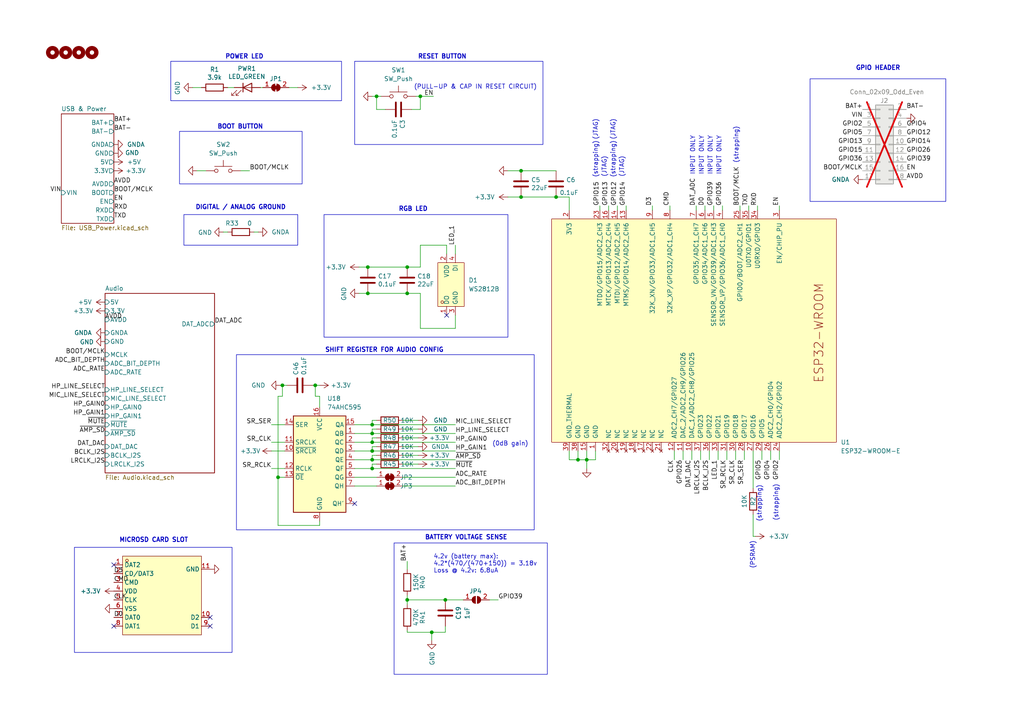
<source format=kicad_sch>
(kicad_sch (version 20250114) (generator "eeschema") (generator_version "9.0")
  (paper "A4")
  (title_block (title "Sonatino - Bluetooth Audio Edition") (date "2025-02-22") (company "Lumination Labs, Inc."))
  (lib_symbols
    (symbol "74xx:74AHC595"
      (property "Reference" "U" (at -7.62 13.97 0))
      (property "Value" "74AHC595" (at -7.62 -16.51 0))
      (symbol "74AHC595_1_0"
        (pin input line (at -10.16 10.16 0) (length 2.54) (name "SER") (number "14"))
        (pin input line (at -10.16 5.08 0) (length 2.54) (name "SRCLK") (number "11"))
        (pin input line (at -10.16 2.54 0) (length 2.54) (name "~{SRCLR}") (number "10"))
        (pin input line (at -10.16 -2.54 0) (length 2.54) (name "RCLK") (number "12"))
        (pin input line (at -10.16 -5.08 0) (length 2.54) (name "~{OE}") (number "13"))
        (pin power_in line (at 0 15.24 270) (length 2.54) (name "VCC") (number "16"))
        (pin power_in line (at 0 -17.78 90) (length 2.54) (name "GND") (number "8"))
        (pin tri_state line (at 10.16 10.16 180) (length 2.54) (name "QA") (number "15"))
        (pin tri_state line (at 10.16 7.62 180) (length 2.54) (name "QB") (number "1"))
        (pin tri_state line (at 10.16 5.08 180) (length 2.54) (name "QC") (number "2"))
        (pin tri_state line (at 10.16 2.54 180) (length 2.54) (name "QD") (number "3"))
        (pin tri_state line (at 10.16 0 180) (length 2.54) (name "QE") (number "4"))
        (pin tri_state line (at 10.16 -2.54 180) (length 2.54) (name "QF") (number "5"))
        (pin tri_state line (at 10.16 -5.08 180) (length 2.54) (name "QG") (number "6"))
        (pin tri_state line (at 10.16 -7.62 180) (length 2.54) (name "QH") (number "7"))
        (pin output line (at 10.16 -12.7 180) (length 2.54) (name "QH'") (number "9"))
      )
      (symbol "74AHC595_1_1"
        (rectangle (start -7.62 12.7) (end 7.62 -15.24) (stroke (width 0.254)) (fill (type background)))
      )
    )
    (symbol "Connector_Generic:Conn_02x09_Odd_Even" (pin_names (offset 1.016) (hide yes))
      (property "Reference" "J" (at 1.27 12.7 0))
      (property "Value" "Conn_02x09_Odd_Even" (at 1.27 -12.7 0))
      (symbol "Conn_02x09_Odd_Even_1_1"
        (rectangle (start -1.27 11.43) (end 3.81 -11.43) (stroke (width 0.254)) (fill (type background)))
        (rectangle (start -1.27 10.287) (end 0 10.033) (stroke (width 0.1524)))
        (rectangle (start -1.27 7.747) (end 0 7.493) (stroke (width 0.1524)))
        (rectangle (start -1.27 5.207) (end 0 4.953) (stroke (width 0.1524)))
        (rectangle (start -1.27 2.667) (end 0 2.413) (stroke (width 0.1524)))
        (rectangle (start -1.27 0.127) (end 0 -0.127) (stroke (width 0.1524)))
        (rectangle (start -1.27 -2.413) (end 0 -2.667) (stroke (width 0.1524)))
        (rectangle (start -1.27 -4.953) (end 0 -5.207) (stroke (width 0.1524)))
        (rectangle (start -1.27 -7.493) (end 0 -7.747) (stroke (width 0.1524)))
        (rectangle (start -1.27 -10.033) (end 0 -10.287) (stroke (width 0.1524)))
        (rectangle (start 3.81 10.287) (end 2.54 10.033) (stroke (width 0.1524)))
        (rectangle (start 3.81 7.747) (end 2.54 7.493) (stroke (width 0.1524)))
        (rectangle (start 3.81 5.207) (end 2.54 4.953) (stroke (width 0.1524)))
        (rectangle (start 3.81 2.667) (end 2.54 2.413) (stroke (width 0.1524)))
        (rectangle (start 3.81 0.127) (end 2.54 -0.127) (stroke (width 0.1524)))
        (rectangle (start 3.81 -2.413) (end 2.54 -2.667) (stroke (width 0.1524)))
        (rectangle (start 3.81 -4.953) (end 2.54 -5.207) (stroke (width 0.1524)))
        (rectangle (start 3.81 -7.493) (end 2.54 -7.747) (stroke (width 0.1524)))
        (rectangle (start 3.81 -10.033) (end 2.54 -10.287) (stroke (width 0.1524)))
        (pin passive line (at -5.08 10.16 0) (length 3.81) (name "Pin_1") (number "1"))
        (pin passive line (at -5.08 7.62 0) (length 3.81) (name "Pin_3") (number "3"))
        (pin passive line (at -5.08 5.08 0) (length 3.81) (name "Pin_5") (number "5"))
        (pin passive line (at -5.08 2.54 0) (length 3.81) (name "Pin_7") (number "7"))
        (pin passive line (at -5.08 0 0) (length 3.81) (name "Pin_9") (number "9"))
        (pin passive line (at -5.08 -2.54 0) (length 3.81) (name "Pin_11") (number "11"))
        (pin passive line (at -5.08 -5.08 0) (length 3.81) (name "Pin_13") (number "13"))
        (pin passive line (at -5.08 -7.62 0) (length 3.81) (name "Pin_15") (number "15"))
        (pin passive line (at -5.08 -10.16 0) (length 3.81) (name "Pin_17") (number "17"))
        (pin passive line (at 7.62 10.16 180) (length 3.81) (name "Pin_2") (number "2"))
        (pin passive line (at 7.62 7.62 180) (length 3.81) (name "Pin_4") (number "4"))
        (pin passive line (at 7.62 5.08 180) (length 3.81) (name "Pin_6") (number "6"))
        (pin passive line (at 7.62 2.54 180) (length 3.81) (name "Pin_8") (number "8"))
        (pin passive line (at 7.62 0 180) (length 3.81) (name "Pin_10") (number "10"))
        (pin passive line (at 7.62 -2.54 180) (length 3.81) (name "Pin_12") (number "12"))
        (pin passive line (at 7.62 -5.08 180) (length 3.81) (name "Pin_14") (number "14"))
        (pin passive line (at 7.62 -7.62 180) (length 3.81) (name "Pin_16") (number "16"))
        (pin passive line (at 7.62 -10.16 180) (length 3.81) (name "Pin_18") (number "18"))
      )
    )
    (symbol "Custom:TF-008"
      (property "Reference" "Card" (at 0 13.97 0))
      (property "Value" "TF-008" (at 0 -13.97 0))
      (symbol "TF-008_0_1"
        (rectangle (start -11.43 11.43) (end 11.43 -11.43) (fill (type background)))
        (circle (center -10.16 10.16) (radius 0.38))
        (pin unspecified line (at -13.97 8.89 0) (length 2.54) (name "DAT2") (number "1"))
        (pin unspecified line (at -13.97 6.35 0) (length 2.54) (name "CD/DAT3") (number "2"))
        (pin unspecified line (at -13.97 3.81 0) (length 2.54) (name "CMD") (number "3"))
        (pin unspecified line (at -13.97 1.27 0) (length 2.54) (name "VDD") (number "4"))
        (pin unspecified line (at -13.97 -1.27 0) (length 2.54) (name "CLK") (number "5"))
        (pin unspecified line (at -13.97 -3.81 0) (length 2.54) (name "VSS") (number "6"))
        (pin unspecified line (at -13.97 -6.35 0) (length 2.54) (name "DAT0") (number "7"))
        (pin unspecified line (at -13.97 -8.89 0) (length 2.54) (name "DAT1") (number "8"))
        (pin unspecified line (at 13.97 -6.35 180) (length 2.54) (name "D2") (number "10"))
        (pin unspecified line (at 13.97 -8.89 180) (length 2.54) (name "D1") (number "9"))
      )
      (symbol "TF-008_1_1"
        (pin power_in line (at 13.97 7.62 180) (length 2.54) (name "GND") (number "11"))
      )
    )
    (symbol "Custom:XL-1615RGBC-WS2812B"
      (property "Reference" "LED" (at 0 6.35 0))
      (property "Value" "XL-1615RGBC-WS2812B" (at 0 -6.35 0))
      (symbol "XL-1615RGBC-WS2812B_0_1"
        (rectangle (start -6.35 3.81) (end 6.35 -3.81) (fill (type background)))
        (circle (center -5.08 2.54) (radius 0.38))
      )
      (symbol "XL-1615RGBC-WS2812B_1_1"
        (pin output line (at -8.89 1.27 0) (length 2.54) (name "DO") (number "1"))
        (pin power_in line (at -8.89 -1.27 0) (length 2.54) (name "GND") (number "3"))
        (pin power_in line (at 8.89 1.27 180) (length 2.54) (name "VDD") (number "2"))
        (pin input line (at 8.89 -1.27 180) (length 2.54) (name "DI") (number "4"))
      )
    )
    (symbol "Device:C" (pin_numbers (hide yes)) (pin_names (offset 0.254))
      (property "Reference" "C" (at 0.635 2.54 0))
      (property "Value" "C" (at 0.635 -2.54 0))
      (symbol "C_0_1"
        (polyline (pts (xy -2.032 0.762) (xy 2.032 0.762)) (stroke (width 0.508)))
        (polyline (pts (xy -2.032 -0.762) (xy 2.032 -0.762)) (stroke (width 0.508)))
      )
      (symbol "C_1_1"
        (pin passive line (at 0 3.81 270) (length 2.794) (name "~") (number "1"))
        (pin passive line (at 0 -3.81 90) (length 2.794) (name "~") (number "2"))
      )
    )
    (symbol "Device:LED" (pin_numbers (hide yes)) (pin_names (offset 1.016) (hide yes))
      (property "Reference" "D" (at 0 2.54 0))
      (property "Value" "LED" (at 0 -2.54 0))
      (symbol "LED_0_1"
        (polyline (pts (xy -3.048 -0.762) (xy -4.572 -2.286) (xy -3.81 -2.286) (xy -4.572 -2.286) (xy -4.572 -1.524)))
        (polyline (pts (xy -1.778 -0.762) (xy -3.302 -2.286) (xy -2.54 -2.286) (xy -3.302 -2.286) (xy -3.302 -1.524)))
        (polyline (pts (xy -1.27 0) (xy 1.27 0)))
        (polyline (pts (xy -1.27 -1.27) (xy -1.27 1.27)) (stroke (width 0.254)))
        (polyline (pts (xy 1.27 -1.27) (xy 1.27 1.27) (xy -1.27 0) (xy 1.27 -1.27)) (stroke (width 0.254)))
      )
      (symbol "LED_1_1"
        (pin passive line (at -3.81 0 0) (length 2.54) (name "K") (number "1"))
        (pin passive line (at 3.81 0 180) (length 2.54) (name "A") (number "2"))
      )
    )
    (symbol "Device:R" (pin_numbers (hide yes)) (pin_names (offset 0))
      (property "Reference" "R" (at 2.032 0 90))
      (property "Value" "R" (at 0 0 90))
      (symbol "R_0_1"
        (rectangle (start -1.016 -2.54) (end 1.016 2.54) (stroke (width 0.254)))
      )
      (symbol "R_1_1"
        (pin passive line (at 0 3.81 270) (length 1.27) (name "~") (number "1"))
        (pin passive line (at 0 -3.81 90) (length 1.27) (name "~") (number "2"))
      )
    )
    (symbol "Espressif:ESP32-WROOM-E" (pin_names (offset 1.016))
      (property "Reference" "U" (at 0 43.18 0))
      (property "Value" "ESP32-WROOM-E" (at 0 -41.91 0))
      (symbol "ESP32-WROOM-E_0_1"
        (rectangle (start 33.02 41.91) (end -31.75 -40.64) (fill (type background)))
      )
      (symbol "ESP32-WROOM-E_1_1"
        (text "ESP32-­WROOM­" (at 1.27 36.83 0) (effects (font (size 2.54 2.54))))
        (pin input line (at -34.29 25.4 0) (length 2.54) (name "EN/CHIP_PU") (number "3"))
        (pin bidirectional line (at -34.29 19.05 0) (length 2.54) (name "U0RXD/GPIO3") (number "34"))
        (pin bidirectional line (at -34.29 16.51 0) (length 2.54) (name "U0TXD/GPIO1") (number "35"))
        (pin bidirectional line (at -34.29 13.97 0) (length 2.54) (name "GPIO0/BOOT/ADC2_CH1") (number "25"))
        (pin input line (at -34.29 8.89 0) (length 2.54) (name "SENSOR_VP/GPIO36/ADC1_CH0") (number "4"))
        (pin input line (at -34.29 6.35 0) (length 2.54) (name "SENSOR_VN/GPIO39/ADC1_CH3") (number "5"))
        (pin input line (at -34.29 3.81 0) (length 2.54) (name "GPIO34/ADC1_CH6") (number "6"))
        (pin input line (at -34.29 1.27 0) (length 2.54) (name "GPIO35/ADC1_CH7") (number "7"))
        (pin bidirectional line (at -34.29 -6.35 0) (length 2.54) (name "32K_XP/GPIO32/ADC1_CH4") (number "8"))
        (pin bidirectional line (at -34.29 -11.43 0) (length 2.54) (name "32K_XN/GPIO33/ADC1_CH5") (number "9"))
        (pin bidirectional line (at -34.29 -19.05 0) (length 2.54) (name "MTMS/GPIO14/ADC2_CH6") (number "13"))
        (pin bidirectional line (at -34.29 -21.59 0) (length 2.54) (name "MTDI/GPIO12/ADC2_CH5") (number "14"))
        (pin bidirectional line (at -34.29 -24.13 0) (length 2.54) (name "MTCK/GPIO13/ADC2_CH4") (number "16"))
        (pin bidirectional line (at -34.29 -26.67 0) (length 2.54) (name "MTDO/GPIO15/ADC2_CH3") (number "23"))
        (pin power_in line (at -34.29 -35.56 0) (length 2.54) (name "3V3") (number "2"))
        (pin bidirectional line (at 35.56 25.4 180) (length 2.54) (name "ADC2_CH2/GPIO2") (number "24"))
        (pin bidirectional line (at 35.56 22.86 180) (length 2.54) (name "ADC2_CH0/GPIO4") (number "26"))
        (pin bidirectional line (at 35.56 20.32 180) (length 2.54) (name "GPIO5") (number "29"))
        (pin bidirectional line (at 35.56 17.78 180) (length 2.54) (name "GPIO16") (number "27"))
        (pin bidirectional line (at 35.56 15.24 180) (length 2.54) (name "GPIO17") (number "28"))
        (pin bidirectional line (at 35.56 12.7 180) (length 2.54) (name "GPIO18") (number "30"))
        (pin bidirectional line (at 35.56 10.16 180) (length 2.54) (name "GPIO19") (number "31"))
        (pin bidirectional line (at 35.56 7.62 180) (length 2.54) (name "GPIO21") (number "33"))
        (pin bidirectional line (at 35.56 5.08 180) (length 2.54) (name "GPIO22") (number "36"))
        (pin bidirectional line (at 35.56 2.54 180) (length 2.54) (name "GPIO23") (number "37"))
        (pin bidirectional line (at 35.56 0 180) (length 2.54) (name "DAC_1/ADC2_CH8/GPIO25") (number "10"))
        (pin bidirectional line (at 35.56 -2.54 180) (length 2.54) (name "DAC_2/ADC2_CH9/GPIO26") (number "11"))
        (pin bidirectional line (at 35.56 -5.08 180) (length 2.54) (name "ADC2_CH7/GPIO27") (number "12"))
        (pin no_connect line (at 35.56 -8.89 180) (length 2.54) (name "NC") (number "21"))
        (pin no_connect line (at 35.56 -11.43 180) (length 2.54) (name "NC") (number "22"))
        (pin no_connect line (at 35.56 -13.97 180) (length 2.54) (name "NC") (number "17"))
        (pin no_connect line (at 35.56 -16.51 180) (length 2.54) (name "NC") (number "18"))
        (pin no_connect line (at 35.56 -19.05 180) (length 2.54) (name "NC") (number "19"))
        (pin no_connect line (at 35.56 -21.59 180) (length 2.54) (name "NC") (number "20"))
        (pin no_connect line (at 35.56 -24.13 180) (length 2.54) (name "NC") (number "32"))
        (pin power_in line (at 35.56 -27.94 180) (length 2.54) (name "GND") (number "1"))
        (pin power_in line (at 35.56 -30.48 180) (length 2.54) (name "GND") (number "15"))
        (pin power_in line (at 35.56 -33.02 180) (length 2.54) (name "GND") (number "38"))
        (pin power_in line (at 35.56 -35.56 180) (length 2.54) (name "GND_THERMAL") (number "39"))
      )
    )
    (symbol "Jumper:SolderJumper_2_Bridged" (pin_names (offset 0) (hide yes))
      (property "Reference" "JP" (at 0 2.032 0))
      (property "Value" "SolderJumper_2_Bridged" (at 0 -2.54 0))
      (symbol "SolderJumper_2_Bridged_0_1"
        (rectangle (start -0.508 0.508) (end 0.508 -0.508) (fill (type outline)))
        (polyline (pts (xy -0.254 1.016) (xy -0.254 -1.016)))
        (arc (start -0.254 -1.016) (mid -1.2656 0) (end -0.254 1.016))
        (arc (start -0.254 -1.016) (mid -1.2656 0) (end -0.254 1.016) (fill (type outline)))
        (arc (start 0.254 1.016) (mid 1.2656 0) (end 0.254 -1.016))
        (arc (start 0.254 1.016) (mid 1.2656 0) (end 0.254 -1.016) (fill (type outline)))
        (polyline (pts (xy 0.254 1.016) (xy 0.254 -1.016)))
      )
      (symbol "SolderJumper_2_Bridged_1_1"
        (pin passive line (at -3.81 0 0) (length 2.54) (name "A") (number "1"))
        (pin passive line (at 3.81 0 180) (length 2.54) (name "B") (number "2"))
      )
    )
    (symbol "Jumper:SolderJumper_2_Open" (pin_names (offset 0) (hide yes))
      (property "Reference" "JP" (at 0 2.032 0))
      (property "Value" "SolderJumper_2_Open" (at 0 -2.54 0))
      (symbol "SolderJumper_2_Open_0_1"
        (polyline (pts (xy -0.254 1.016) (xy -0.254 -1.016)))
        (arc (start -0.254 -1.016) (mid -1.2656 0) (end -0.254 1.016))
        (arc (start -0.254 -1.016) (mid -1.2656 0) (end -0.254 1.016) (fill (type outline)))
        (arc (start 0.254 1.016) (mid 1.2656 0) (end 0.254 -1.016))
        (arc (start 0.254 1.016) (mid 1.2656 0) (end 0.254 -1.016) (fill (type outline)))
        (polyline (pts (xy 0.254 1.016) (xy 0.254 -1.016)))
      )
      (symbol "SolderJumper_2_Open_1_1"
        (pin passive line (at -3.81 0 0) (length 2.54) (name "A") (number "1"))
        (pin passive line (at 3.81 0 180) (length 2.54) (name "B") (number "2"))
      )
    )
    (symbol "Mechanical:MountingHole" (pin_names (offset 1.016))
      (property "Reference" "H" (at 0 5.08 0))
      (property "Value" "MountingHole" (at 0 3.175 0))
      (symbol "MountingHole_0_1"
        (circle (center 0 0) (radius 1.27) (stroke (width 1.27)))
      )
    )
    (symbol "Switch:SW_Push" (pin_numbers (hide yes)) (pin_names (offset 1.016) (hide yes))
      (property "Reference" "SW" (at 1.27 2.54 0))
      (property "Value" "SW_Push" (at 0 -1.524 0))
      (symbol "SW_Push_0_1"
        (circle (center -2.032 0) (radius 0.508))
        (polyline (pts (xy 0 1.27) (xy 0 3.048)))
        (circle (center 2.032 0) (radius 0.508))
        (polyline (pts (xy 2.54 1.27) (xy -2.54 1.27)))
        (pin passive line (at -5.08 0 0) (length 2.54) (name "1") (number "1"))
        (pin passive line (at 5.08 0 180) (length 2.54) (name "2") (number "2"))
      )
    )
    (symbol "power:+3.3V" (power) (pin_names (offset 0))
      (property "Value" "+3.3V" (at 0 3.556 0))
      (symbol "+3.3V_0_1"
        (polyline (pts (xy -0.762 1.27) (xy 0 2.54)))
        (polyline (pts (xy 0 2.54) (xy 0.762 1.27)))
        (polyline (pts (xy 0 0) (xy 0 2.54)))
      )
      (symbol "+3.3V_1_1"
        (pin power_in line (at 0 0 90) (length 0) (hide yes) (name "+3.3V") (number "1"))
      )
    )
    (symbol "power:+5V" (power) (pin_names (offset 0))
      (property "Value" "+5V" (at 0 3.556 0))
      (symbol "+5V_0_1"
        (polyline (pts (xy -0.762 1.27) (xy 0 2.54)))
        (polyline (pts (xy 0 2.54) (xy 0.762 1.27)))
        (polyline (pts (xy 0 0) (xy 0 2.54)))
      )
      (symbol "+5V_1_1"
        (pin power_in line (at 0 0 90) (length 0) (hide yes) (name "+5V") (number "1"))
      )
    )
    (symbol "power:GND" (power) (pin_names (offset 0))
      (property "Value" "GND" (at 0 -3.81 0))
      (symbol "GND_0_1"
        (polyline (pts (xy 0 0) (xy 0 -1.27) (xy 1.27 -1.27) (xy 0 -2.54) (xy -1.27 -1.27) (xy 0 -1.27)))
      )
      (symbol "GND_1_1"
        (pin power_in line (at 0 0 270) (length 0) (hide yes) (name "GND") (number "1"))
      )
    )
    (symbol "power:GNDA" (power) (pin_names (offset 0))
      (property "Value" "GNDA" (at 0 -3.81 0))
      (symbol "GNDA_0_1"
        (polyline (pts (xy 0 0) (xy 0 -1.27) (xy 1.27 -1.27) (xy 0 -2.54) (xy -1.27 -1.27) (xy 0 -1.27)))
      )
      (symbol "GNDA_1_1"
        (pin power_in line (at 0 0 270) (length 0) (hide yes) (name "GNDA") (number "1"))
      )
    )
  )
  (rectangle (start 21.59 158.75) (end 67.31 189.23))
  (rectangle (start 114.3 157.48) (end 158.75 195.58))
  (rectangle (start 53.34 62.23) (end 86.36 71.12))
  (rectangle (start 52.07 38.1) (end 87.63 53.34))
  (rectangle (start 234.95 22.86) (end 274.32 58.42))
  (rectangle (start 68.58 102.87) (end 154.94 153.67))
  (rectangle (start 49.53 17.78) (end 99.06 29.21))
  (rectangle (start 102.87 17.78) (end 157.48 41.91))
  (rectangle (start 93.98 62.23) (end 147.32 97.79))
  (text "(PSRAM)" (at 219.075 165.1 90) (effects (font (size 1.27 1.27)) (justify left bottom)))
  (text "(JTAG)" (at 178.562 34.544 90) (effects (font (size 1.27 1.27)) (justify right bottom)))
  (text "(JTAG)" (at 176.022 45.339 90) (effects (font (size 1.27 1.27)) (justify right bottom)))
  (text "GPIO HEADER" (at 248.158 20.574 0) (effects (font (size 1.27 1.27) (thickness 0.254) (bold yes)) (justify left bottom)))
  (text "(strapping)" (at 214.249 36.703 90) (effects (font (size 1.27 1.27)) (justify right bottom)))
  (text "POWER LED" (at 65.278 17.272 0) (effects (font (size 1.27 1.27) (thickness 0.254) (bold yes)) (justify left bottom)))
  (text "MICROSD CARD SLOT" (at 34.544 157.48 0) (effects (font (size 1.27 1.27) (thickness 0.254) (bold yes)) (justify left bottom)))
  (text "INPUT ONLY" (at 206.756 39.37 90) (effects (font (size 1.27 1.27)) (justify right bottom)))
  (text "RESET BUTTON" (at 121.158 17.272 0) (effects (font (size 1.27 1.27) (thickness 0.254) (bold yes)) (justify left bottom)))
  (text "BOOT BUTTON" (at 62.992 37.592 0) (effects (font (size 1.27 1.27) (thickness 0.254) (bold yes)) (justify left bottom)))
  (text "BATTERY VOLTAGE SENSE" (at 123.19 156.718 0) (effects (font (size 1.27 1.27) (thickness 0.254) (bold yes)) (justify left bottom)))
  (text "(0dB gain)" (at 142.748 129.54 0) (effects (font (size 1.27 1.27)) (justify left bottom)))
  (text "(PULL-UP & CAP IN RESET CIRCUIT)" (at 120.015 26.035 0) (effects (font (size 1.27 1.27)) (justify left bottom)))
  (text "INPUT ONLY" (at 204.216 39.37 90) (effects (font (size 1.27 1.27)) (justify right bottom)))
  (text "DIGITAL / ANALOG GROUND" (at 56.642 60.96 0) (effects (font (size 1.27 1.27) (thickness 0.254) (bold yes)) (justify left bottom)))
  (text "(JTAG)" (at 181.102 45.339 90) (effects (font (size 1.27 1.27)) (justify right bottom)))
  (text "RGB LED" (at 115.57 61.468 0) (effects (font (size 1.27 1.27) (thickness 0.254) (bold yes)) (justify left bottom)))
  (text "(strapping)" (at 178.562 40.894 90) (effects (font (size 1.27 1.27)) (justify right bottom)))
  (text "4.2v (battery max):\n4.2*(470/(470+150)) = 3.18v\nLoss @ 4.2v: 6.8uA" (at 125.73 166.37 0) (effects (font (size 1.27 1.27)) (justify left bottom)))
  (text "INPUT ONLY" (at 201.676 39.37 90) (effects (font (size 1.27 1.27)) (justify right bottom)))
  (text "(strapping)" (at 225.806 140.462 90) (effects (font (size 1.27 1.27)) (justify right bottom)))
  (text "SHIFT REGISTER FOR AUDIO CONFIG" (at 94.234 102.362 0) (effects (font (size 1.27 1.27) (thickness 0.254) (bold yes)) (justify left bottom)))
  (text "INPUT ONLY" (at 209.296 39.37 90) (effects (font (size 1.27 1.27)) (justify right bottom)))
  (text "(strapping)" (at 220.98 140.716 90) (effects (font (size 1.27 1.27)) (justify right bottom)))
  (text "(strapping)" (at 173.482 40.894 90) (effects (font (size 1.27 1.27)) (justify right bottom)))
  (text "(JTAG)" (at 173.482 34.544 90) (effects (font (size 1.27 1.27)) (justify right bottom)))
  (junction (at 151.13 57.15))
  (junction (at 81.915 111.76))
  (junction (at 121.92 27.94))
  (junction (at 107.95 123.19))
  (junction (at 106.68 77.47))
  (junction (at 129.1641 173.99))
  (junction (at 118.11 77.47))
  (junction (at 125.222 183.388))
  (junction (at 118.11 173.99))
  (junction (at 170.18 133.35))
  (junction (at 106.68 85.09))
  (junction (at 107.95 128.27))
  (junction (at 151.13 49.53))
  (junction (at 107.95 133.35))
  (junction (at 107.95 130.81))
  (junction (at 107.95 135.89))
  (junction (at 167.64 133.35))
  (junction (at 80.645 138.43))
  (junction (at 118.11 85.09))
  (junction (at 109.22 27.94))
  (junction (at 91.44 111.76))
  (junction (at 161.29 57.15))
  (junction (at 107.95 125.73))
  (no_connect (at 60.96 179.07))
  (no_connect (at 129.54 91.44))
  (no_connect (at 33.02 181.61))
  (no_connect (at 60.96 181.61))
  (no_connect (at 102.87 146.05))
  (no_connect (at 33.02 163.83))
  (wire (pts (xy 111.76 31.75) (xy 109.22 31.75)))
  (wire (pts (xy 172.72 130.81) (xy 172.72 133.35)))
  (wire (pts (xy 102.87 138.43) (xy 109.22 138.43)))
  (wire (pts (xy 204.47 59.69) (xy 204.47 60.96)))
  (wire (pts (xy 118.11 77.47) (xy 121.92 77.47)))
  (wire (pts (xy 116.84 132.08) (xy 121.285 132.08)))
  (wire (pts (xy 116.84 127) (xy 121.285 127)))
  (wire (pts (xy 66.04 25.4) (xy 67.945 25.4)))
  (wire (pts (xy 78.74 123.19) (xy 82.55 123.19)))
  (wire (pts (xy 107.95 135.89) (xy 132.08 135.89)))
  (wire (pts (xy 125.222 185.674) (xy 125.222 183.388)))
  (wire (pts (xy 132.08 91.44) (xy 132.08 95.25)))
  (wire (pts (xy 109.22 31.75) (xy 109.22 27.94)))
  (wire (pts (xy 118.11 173.99) (xy 118.11 175.26)))
  (wire (pts (xy 80.645 114.935) (xy 80.645 138.43)))
  (wire (pts (xy 116.84 138.43) (xy 132.08 138.43)))
  (wire (pts (xy 147.32 57.15) (xy 151.13 57.15)))
  (wire (pts (xy 64.77 67.31) (xy 66.04 67.31)))
  (wire (pts (xy 214.63 59.69) (xy 214.63 60.96)))
  (wire (pts (xy 116.84 124.46) (xy 121.285 124.46)))
  (wire (pts (xy 107.95 124.46) (xy 109.22 124.46)))
  (wire (pts (xy 116.84 140.97) (xy 132.08 140.97)))
  (wire (pts (xy 102.87 130.81) (xy 107.95 130.81)))
  (wire (pts (xy 102.87 128.27) (xy 107.95 128.27)))
  (wire (pts (xy 107.95 121.92) (xy 109.22 121.92)))
  (wire (pts (xy 121.92 85.09) (xy 121.92 95.25)))
  (wire (pts (xy 81.915 114.935) (xy 81.915 111.76)))
  (wire (pts (xy 161.29 57.15) (xy 165.1 57.15)))
  (wire (pts (xy 81.915 111.76) (xy 83.185 111.76)))
  (wire (pts (xy 189.23 59.69) (xy 189.23 60.96)))
  (wire (pts (xy 92.71 152.4) (xy 92.71 151.13)))
  (wire (pts (xy 134.366 173.99) (xy 129.1641 173.99)))
  (wire (pts (xy 121.92 27.94) (xy 125.73 27.94)))
  (wire (pts (xy 107.95 121.92) (xy 107.95 123.19)))
  (wire (pts (xy 125.222 183.388) (xy 129.1641 183.388)))
  (wire (pts (xy 92.71 111.76) (xy 91.44 111.76)))
  (wire (pts (xy 223.52 130.81) (xy 223.52 133.35)))
  (wire (pts (xy 118.11 173.99) (xy 129.1641 173.99)))
  (wire (pts (xy 170.18 133.35) (xy 167.64 133.35)))
  (wire (pts (xy 176.53 59.69) (xy 176.53 60.96)))
  (wire (pts (xy 172.72 133.35) (xy 170.18 133.35)))
  (wire (pts (xy 200.66 130.81) (xy 200.66 133.35)))
  (wire (pts (xy 129.54 71.12) (xy 129.54 73.66)))
  (wire (pts (xy 106.68 85.09) (xy 118.11 85.09)))
  (wire (pts (xy 209.55 59.69) (xy 209.55 60.96)))
  (wire (pts (xy 80.645 114.935) (xy 81.915 114.935)))
  (wire (pts (xy 107.95 129.54) (xy 107.95 130.81)))
  (wire (pts (xy 151.13 57.15) (xy 161.29 57.15)))
  (wire (pts (xy 121.92 95.25) (xy 132.08 95.25)))
  (wire (pts (xy 194.31 59.69) (xy 194.31 60.96)))
  (wire (pts (xy 107.95 129.54) (xy 109.22 129.54)))
  (wire (pts (xy 118.11 85.09) (xy 121.92 85.09)))
  (wire (pts (xy 109.22 27.94) (xy 110.49 27.94)))
  (wire (pts (xy 116.84 129.54) (xy 121.285 129.54)))
  (wire (pts (xy 80.645 152.4) (xy 92.71 152.4)))
  (wire (pts (xy 107.95 134.62) (xy 107.95 135.89)))
  (wire (pts (xy 107.95 132.08) (xy 107.95 133.35)))
  (wire (pts (xy 107.95 134.62) (xy 109.22 134.62)))
  (wire (pts (xy 75.565 25.4) (xy 76.2 25.4)))
  (wire (pts (xy 151.13 49.53) (xy 161.29 49.53)))
  (wire (pts (xy 107.95 128.27) (xy 132.08 128.27)))
  (wire (pts (xy 116.84 134.62) (xy 121.285 134.62)))
  (wire (pts (xy 121.92 71.12) (xy 129.54 71.12)))
  (wire (pts (xy 102.87 133.35) (xy 107.95 133.35)))
  (wire (pts (xy 210.82 130.81) (xy 210.82 133.35)))
  (wire (pts (xy 121.92 31.75) (xy 121.92 27.94)))
  (wire (pts (xy 213.36 130.81) (xy 213.36 133.35)))
  (wire (pts (xy 208.28 130.81) (xy 208.28 133.35)))
  (wire (pts (xy 195.58 130.81) (xy 195.58 133.35)))
  (wire (pts (xy 107.95 127) (xy 109.22 127)))
  (wire (pts (xy 125.222 183.388) (xy 118.11 183.388)))
  (wire (pts (xy 107.95 130.81) (xy 132.08 130.81)))
  (wire (pts (xy 107.95 125.73) (xy 132.08 125.73)))
  (wire (pts (xy 118.11 183.388) (xy 118.11 182.88)))
  (wire (pts (xy 92.71 114.935) (xy 91.44 114.935)))
  (wire (pts (xy 220.98 130.81) (xy 220.98 133.35)))
  (wire (pts (xy 120.65 27.94) (xy 121.92 27.94)))
  (wire (pts (xy 91.44 111.76) (xy 90.805 111.76)))
  (wire (pts (xy 83.82 25.4) (xy 86.36 25.4)))
  (wire (pts (xy 205.74 130.81) (xy 205.74 133.35)))
  (wire (pts (xy 91.44 114.935) (xy 91.44 111.76)))
  (wire (pts (xy 102.87 125.73) (xy 107.95 125.73)))
  (wire (pts (xy 218.44 155.575) (xy 218.44 149.225)))
  (wire (pts (xy 129.1641 183.388) (xy 129.1641 181.61)))
  (wire (pts (xy 132.08 71.12) (xy 132.08 73.66)))
  (wire (pts (xy 203.2 130.81) (xy 203.2 133.35)))
  (wire (pts (xy 116.84 121.92) (xy 121.285 121.92)))
  (wire (pts (xy 69.85 49.53) (xy 72.39 49.53)))
  (wire (pts (xy 80.645 138.43) (xy 82.55 138.43)))
  (wire (pts (xy 102.87 135.89) (xy 107.95 135.89)))
  (wire (pts (xy 102.87 140.97) (xy 109.22 140.97)))
  (wire (pts (xy 170.18 135.89) (xy 170.18 133.35)))
  (wire (pts (xy 107.95 123.19) (xy 132.08 123.19)))
  (wire (pts (xy 121.92 71.12) (xy 121.92 77.47)))
  (wire (pts (xy 167.64 133.35) (xy 165.1 133.35)))
  (wire (pts (xy 198.12 130.81) (xy 198.12 133.35)))
  (wire (pts (xy 226.06 130.81) (xy 226.06 133.35)))
  (wire (pts (xy 219.71 59.69) (xy 219.71 60.96)))
  (wire (pts (xy 106.68 77.47) (xy 118.11 77.47)))
  (wire (pts (xy 170.18 130.81) (xy 170.18 133.35)))
  (wire (pts (xy 73.66 67.31) (xy 74.93 67.31)))
  (wire (pts (xy 207.01 59.69) (xy 207.01 60.96)))
  (wire (pts (xy 226.06 59.69) (xy 226.06 60.96)))
  (wire (pts (xy 78.74 135.89) (xy 82.55 135.89)))
  (wire (pts (xy 165.1 57.15) (xy 165.1 60.96)))
  (wire (pts (xy 104.14 77.47) (xy 106.68 77.47)))
  (wire (pts (xy 215.9 130.81) (xy 215.9 133.35)))
  (wire (pts (xy 167.64 133.35) (xy 167.64 130.81)))
  (wire (pts (xy 107.95 132.08) (xy 109.22 132.08)))
  (wire (pts (xy 118.11 172.72) (xy 118.11 173.99)))
  (wire (pts (xy 107.95 133.35) (xy 132.08 133.35)))
  (wire (pts (xy 78.74 130.81) (xy 82.55 130.81)))
  (wire (pts (xy 107.95 127) (xy 107.95 128.27)))
  (wire (pts (xy 78.74 128.27) (xy 82.55 128.27)))
  (wire (pts (xy 104.14 85.09) (xy 106.68 85.09)))
  (wire (pts (xy 144.526 173.99) (xy 141.986 173.99)))
  (wire (pts (xy 219.075 155.575) (xy 218.44 155.575)))
  (wire (pts (xy 81.28 111.76) (xy 81.915 111.76)))
  (wire (pts (xy 57.15 49.53) (xy 59.69 49.53)))
  (wire (pts (xy 181.61 59.69) (xy 181.61 60.96)))
  (wire (pts (xy 80.645 138.43) (xy 80.645 152.4)))
  (wire (pts (xy 201.93 59.69) (xy 201.93 60.96)))
  (wire (pts (xy 165.1 133.35) (xy 165.1 130.81)))
  (wire (pts (xy 217.17 59.69) (xy 217.17 60.96)))
  (wire (pts (xy 107.95 27.94) (xy 109.22 27.94)))
  (wire (pts (xy 55.88 25.4) (xy 58.42 25.4)))
  (wire (pts (xy 118.11 162.814) (xy 118.11 165.1)))
  (wire (pts (xy 173.99 59.69) (xy 173.99 60.96)))
  (wire (pts (xy 119.38 31.75) (xy 121.92 31.75)))
  (wire (pts (xy 107.95 124.46) (xy 107.95 125.73)))
  (wire (pts (xy 179.07 59.69) (xy 179.07 60.96)))
  (wire (pts (xy 218.44 130.81) (xy 218.44 141.605)))
  (wire (pts (xy 102.87 123.19) (xy 107.95 123.19)))
  (wire (pts (xy 147.32 49.53) (xy 151.13 49.53)))
  (wire (pts (xy 92.71 114.935) (xy 92.71 118.11)))
  (label "GPIO15" (at 250.19 44.45 180))
  (label "LED_1" (at 208.28 133.35 270))
  (label "HP_GAIN1" (at 132.08 130.81 0))
  (label "RXD" (at 219.71 59.69 90))
  (label "GPIO36" (at 209.55 59.69 90))
  (label "HP_GAIN0" (at 30.48 118.11 180))
  (label "LRCLK_I2S" (at 203.2 133.35 270))
  (label "BAT-" (at 33.02 38.1 0))
  (label "ADC_BIT_DEPTH" (at 132.08 140.97 0))
  (label "SR_SER" (at 215.9 133.35 270))
  (label "GPIO39" (at 207.01 59.69 90))
  (label "HP_GAIN1" (at 30.48 120.65 180))
  (label "ADC_RATE" (at 132.08 138.43 0))
  (label "BOOT{slash}MCLK" (at 250.19 49.53 180))
  (label "GPIO2" (at 226.06 133.35 270))
  (label "TXD" (at 217.17 59.69 90))
  (label "GPIO26" (at 262.89 44.45 0))
  (label "LED_1" (at 132.08 71.12 90))
  (label "CMD" (at 194.31 59.69 90))
  (label "~{MUTE}" (at 132.08 135.89 0))
  (label "CLK" (at 195.58 133.35 270))
  (label "GPIO14" (at 181.61 59.69 90))
  (label "GPIO13" (at 250.19 41.91 180))
  (label "EN" (at 262.89 49.53 0))
  (label "SR_CLK" (at 78.74 128.27 180))
  (label "ADC_RATE" (at 30.48 107.95 180))
  (label "D3" (at 189.23 59.69 90))
  (label "AVDD" (at 30.48 92.71 0))
  (label "HP_LINE_SELECT" (at 132.08 125.73 0))
  (label "EN" (at 125.73 27.94 180))
  (label "MIC_LINE_SELECT" (at 30.48 115.57 180))
  (label "ADC_BIT_DEPTH" (at 30.48 105.41 180))
  (label "GPIO15" (at 173.99 59.69 90))
  (label "~{AMP_SD}" (at 132.08 133.35 0))
  (label "GPIO12" (at 179.07 59.69 90))
  (label "BOOT{slash}MCLK" (at 214.63 59.69 90))
  (label "DAT_DAC" (at 200.66 133.35 270))
  (label "BAT-" (at 262.89 31.75 0))
  (label "GPIO26" (at 198.12 133.3124 270))
  (label "~{AMP_SD}" (at 30.48 125.73 180))
  (label "HP_LINE_SELECT" (at 30.48 113.03 180))
  (label "GPIO39" (at 262.89 46.99 0))
  (label "VIN" (at 17.78 55.88 180))
  (label "GPIO5" (at 250.19 39.37 180))
  (label "GPIO14" (at 262.89 41.91 0))
  (label "DAT_DAC" (at 30.48 129.54 180))
  (label "BCLK_I2S" (at 30.48 132.08 180))
  (label "BAT+" (at 33.02 35.56 0))
  (label "GPIO4" (at 223.52 133.35 270))
  (label "SR_RCLK" (at 78.74 135.89 180))
  (label "DAT_ADC" (at 201.93 59.69 90))
  (label "HP_GAIN0" (at 132.08 128.27 0))
  (label "BAT+" (at 118.11 162.814 90))
  (label "BOOT{slash}MCLK" (at 33.02 55.88 0))
  (label "MIC_LINE_SELECT" (at 132.08 123.19 0))
  (label "EN" (at 226.06 59.69 90))
  (label "GPIO36" (at 250.19 46.99 180))
  (label "TXD" (at 33.02 63.5 0))
  (label "CMD" (at 33.02 168.91 0))
  (label "GPIO13" (at 176.53 59.69 90))
  (label "EN" (at 33.02 58.42 0))
  (label "DAT_ADC" (at 62.23 93.98 0))
  (label "BOOT{slash}MCLK" (at 30.48 102.87 180))
  (label "AVDD" (at 33.02 53.34 0))
  (label "~{MUTE}" (at 30.48 123.19 180))
  (label "AVDD" (at 262.89 52.07 0))
  (label "GPIO5" (at 220.98 133.35 270))
  (label "BAT+" (at 250.19 31.75 180))
  (label "GPIO2" (at 250.19 36.83 180))
  (label "D0" (at 33.02 179.07 0))
  (label "LRCLK_I2S" (at 30.48 134.62 180))
  (label "GPIO39" (at 144.526 173.99 0))
  (label "D0" (at 204.47 59.69 90))
  (label "SR_SER" (at 78.74 123.19 180))
  (label "SR_CLK" (at 213.36 133.35 270))
  (label "VIN" (at 250.19 34.29 180))
  (label "SR_RCLK" (at 210.82 133.35 270))
  (label "GPIO12" (at 262.89 39.37 0))
  (label "D3" (at 33.02 166.37 0))
  (label "CLK" (at 33.02 173.99 0))
  (label "GPIO4" (at 262.89 36.83 0))
  (label "BCLK_I2S" (at 205.74 133.35 270))
  (label "RXD" (at 33.02 60.96 0))
  (label "BOOT{slash}MCLK" (at 72.39 49.53 0))
  (symbol (lib_id "Device:C") (at 161.29 53.34 0) (unit 1)
    (property "Reference" "C6" (at 164.211 52.1716 0) (effects (justify left)))
    (property "Value" "0.1uF" (at 162.306 55.88 0) (effects (justify left)))
    (property "Footprint" "Capacitor_SMD:C_0402_1005Metric" (effects (hide yes)))
    (property "LCSC" "C307331" (effects (hide yes)))
  )
  (symbol (lib_id "power:+3.3V") (at 147.32 57.15 90) (unit 1)
    (property "Reference" "#PWR030" (effects (hide yes)))
    (property "Value" "+3.3V" (at 143.51 57.15 90) (effects (justify left)))
  )
  (symbol (lib_id "Device:LED") (at 71.755 25.4 0) (unit 1)
    (property "Reference" "PWR1" (at 71.5772 19.8882 0))
    (property "Value" "LED_GREEN" (at 71.5772 22.1996 0))
    (property "Footprint" "LED_SMD:LED_0603_1608Metric" (effects (hide yes)))
    (property "LCSC" "C12624" (effects (hide yes)))
  )
  (symbol (lib_id "power:GND") (at 55.88 25.4 270) (unit 1)
    (property "Reference" "#PWR010" (effects (hide yes)))
    (property "Value" "GND" (at 51.4858 25.527 0))
  )
  (symbol (lib_id "Device:R") (at 62.23 25.4 270) (unit 1)
    (property "Reference" "R1" (at 62.23 20.1422 90))
    (property "Value" "3.9k" (at 62.23 22.4536 90))
    (property "Footprint" "Resistor_SMD:R_0402_1005Metric" (effects (hide yes)))
    (property "LCSC" "C51721" (effects (hide yes)))
  )
  (symbol (lib_id "power:+3.3V") (at 86.36 25.4 270) (unit 1)
    (property "Reference" "#PWR015" (effects (hide yes)))
    (property "Value" "+3.3V" (at 90.17 25.4 90) (effects (justify left)))
  )
  (symbol (lib_id "Device:C") (at 151.13 53.34 0) (unit 1)
    (property "Reference" "C5" (at 154.051 52.1716 0) (effects (justify left)))
    (property "Value" "22uF" (at 154.051 54.483 0) (effects (justify left)))
    (property "Footprint" "Capacitor_SMD:C_0805_2012Metric" (effects (hide yes)))
    (property "LCSC" "C45783" (effects (hide yes)))
  )
  (symbol (lib_id "power:GND") (at 147.32 49.53 270) (unit 1)
    (property "Reference" "#PWR029" (effects (hide yes)))
    (property "Value" "GND" (effects (hide yes)))
  )
  (symbol (lib_id "power:+5V") (at 30.48 87.63 90) (unit 1)
    (property "Reference" "#PWR06" (effects (hide yes)))
    (property "Value" "+5V" (at 26.67 87.63 90) (effects (justify left)))
  )
  (symbol (lib_id "Device:R") (at 113.03 124.46 90) (unit 1)
    (property "Reference" "R49" (at 113.03 124.46 90))
    (property "Value" "10K" (at 118.11 124.46 90))
    (property "Footprint" "Resistor_SMD:R_0402_1005Metric" (effects (hide yes)))
    (property "LCSC" "C25744" (effects (hide yes)))
  )
  (symbol (lib_id "power:+5V") (at 33.02 46.99 270) (unit 1)
    (property "Reference" "#PWR04" (effects (hide yes)))
    (property "Value" "+5V" (at 36.83 46.99 90) (effects (justify left)))
  )
  (symbol (lib_id "power:GND") (at 262.89 34.29 90) (unit 1)
    (property "Reference" "#PWR032" (effects (hide yes)))
    (property "Value" "GND" (effects (hide yes)))
  )
  (symbol (lib_id "power:GND") (at 104.14 85.09 270) (unit 1)
    (property "Reference" "#PWR023" (effects (hide yes)))
    (property "Value" "GND" (at 99.7458 85.217 0))
  )
  (symbol (lib_id "power:+3.3V") (at 30.48 90.17 90) (unit 1)
    (property "Reference" "#PWR07" (effects (hide yes)))
    (property "Value" "+3.3V" (at 24.13 90.17 90))
  )
  (symbol (lib_id "Device:R") (at 113.03 134.62 90) (unit 1)
    (property "Reference" "R45" (at 113.03 134.62 90))
    (property "Value" "10K" (at 118.11 134.62 90))
    (property "Footprint" "Resistor_SMD:R_0402_1005Metric" (effects (hide yes)))
    (property "LCSC" "C25744" (effects (hide yes)))
  )
  (symbol (lib_id "power:GND") (at 33.02 176.53 270) (unit 1)
    (property "Reference" "#PWR02" (effects (hide yes)))
    (property "Value" "GND" (effects (hide yes)))
  )
  (symbol (lib_id "Jumper:SolderJumper_2_Bridged") (at 113.03 138.43 0) (unit 1) (in_bom no)
    (property "Reference" "JP2" (at 117.856 138.43 0))
    (property "Value" "SolderJumper_2_Bridged" (effects (hide yes)))
    (property "Footprint" "Jumper:SolderJumper-2_P1.3mm_Bridged_Pad1.0x1.5mm" (effects (hide yes)))
    (property "LCSC" "0" (effects (hide yes)))
  )
  (symbol (lib_id "power:GND") (at 33.02 44.45 90) (unit 1)
    (property "Reference" "#PWR03" (effects (hide yes)))
    (property "Value" "GND" (at 36.2712 44.323 90) (effects (justify right)))
  )
  (symbol (lib_id "Device:C") (at 115.57 31.75 270) (unit 1)
    (property "Reference" "C3" (at 116.7384 34.671 0) (effects (justify left)))
    (property "Value" "0.1uF" (at 114.427 34.671 0) (effects (justify left)))
    (property "Footprint" "Capacitor_SMD:C_0402_1005Metric" (effects (hide yes)))
    (property "LCSC" "C307331" (effects (hide yes)))
  )
  (symbol (lib_id "power:GNDA") (at 121.285 129.54 90) (unit 1)
    (property "Reference" "#PWR028" (effects (hide yes)))
    (property "Value" "GNDA" (at 125.095 129.54 90) (effects (justify right)))
  )
  (symbol (lib_id "power:+3.3V") (at 33.02 171.45 90) (unit 1)
    (property "Reference" "#PWR01" (effects (hide yes)))
    (property "Value" "+3.3V" (at 29.21 171.45 90) (effects (justify left)))
  )
  (symbol (lib_id "power:GNDA") (at 74.93 67.31 90) (unit 1)
    (property "Reference" "#PWR016" (effects (hide yes)))
    (property "Value" "GNDA" (at 78.74 67.31 90) (effects (justify right)))
  )
  (symbol (lib_id "Device:R") (at 113.03 132.08 90) (unit 1)
    (property "Reference" "R46" (at 113.03 132.08 90))
    (property "Value" "10K" (at 118.11 132.08 90))
    (property "Footprint" "Resistor_SMD:R_0402_1005Metric" (effects (hide yes)))
    (property "LCSC" "C25744" (effects (hide yes)))
  )
  (symbol (lib_id "Switch:SW_Push") (at 115.57 27.94 0) (unit 1)
    (property "Reference" "SW1" (at 115.57 20.32 0))
    (property "Value" "SW_Push" (at 115.57 22.86 0))
    (property "Footprint" "CustomLibrary:SW_Push_1P1T_NO_3.95_2.9" (effects (hide yes)))
    (property "Datasheet" "https://datasheet.lcsc.com/lcsc/1912111437_BRIGHT-TSA343G00-250J2_C354946.pdf" (effects (hide yes)))
    (property "LCSC" "C354946" (effects (hide yes)))
  )
  (symbol (lib_id "Device:R") (at 118.11 179.07 0) (unit 1)
    (property "Reference" "R41" (at 122.555 179.07 90))
    (property "Value" "470K" (at 120.65 179.07 90))
    (property "Footprint" "Resistor_SMD:R_0402_1005Metric" (effects (hide yes)))
    (property "LCSC" "C25790" (effects (hide yes)))
  )
  (symbol (lib_id "Device:R") (at 113.03 129.54 90) (unit 1)
    (property "Reference" "R47" (at 113.03 129.54 90))
    (property "Value" "10K" (at 118.11 129.54 90))
    (property "Footprint" "Resistor_SMD:R_0402_1005Metric" (effects (hide yes)))
    (property "LCSC" "C25744" (effects (hide yes)))
  )
  (symbol (lib_id "Device:R") (at 218.44 145.415 0) (unit 1)
    (property "Reference" "R2" (at 218.44 145.415 90))
    (property "Value" "10K" (at 215.9 145.415 90))
    (property "Footprint" "Resistor_SMD:R_0402_1005Metric" (effects (hide yes)))
    (property "LCSC" "C25744" (effects (hide yes)))
  )
  (symbol (lib_id "power:GNDA") (at 250.19 52.07 270) (unit 1)
    (property "Reference" "#PWR09" (effects (hide yes)))
    (property "Value" "GNDA" (at 246.38 52.07 90) (effects (justify right)))
  )
  (symbol (lib_id "power:GND") (at 60.96 165.1 90) (unit 1)
    (property "Reference" "#PWR013" (effects (hide yes)))
    (property "Value" "GND" (effects (hide yes)))
  )
  (symbol (lib_id "Device:C") (at 129.1641 177.8 180) (unit 1)
    (property "Reference" "C19" (at 132.9741 177.8 90))
    (property "Value" "1uF" (at 135.5141 177.8 90))
    (property "Footprint" "Capacitor_SMD:C_0402_1005Metric" (effects (hide yes)))
    (property "LCSC" "C52923" (effects (hide yes)))
  )
  (symbol (lib_id "74xx:74AHC595") (at 92.71 133.35 0) (unit 1)
    (property "Reference" "U18" (at 94.9041 115.57 0) (effects (justify left)))
    (property "Value" "74AHC595" (at 94.9041 118.11 0) (effects (justify left)))
    (property "Footprint" "Custom:X1-QFN-16-EP_L2.5-W2.5-P0.40-BL-EP1.4" (effects (hide yes)))
    (property "Datasheet" "https://www.ti.com/lit/ds/symlink/sn74hc595b.pdf?HQS=dis-dk-null-digikeymode-dsf-pf-null-wwe&ts=1699511005035&ref_url=https%253A%252F%252Fwww.ti.com%252Fgeneral%252Fdocs%252Fsuppproductinfo.tsp%253FdistId%253D10%2526gotoUrl%253Dhttps%253A%252F%252Fwww.ti.com%252Flit%252Fgpn%252Fsn74hc595b" (effects (hide yes)))
    (property "LCSC" "C2682068" (effects (hide yes)))
  )
  (symbol (lib_id "Jumper:SolderJumper_2_Open") (at 138.176 173.99 0) (unit 1) (in_bom no)
    (property "Reference" "JP4" (at 137.922 171.45 0))
    (property "Value" "SolderJumper_2_Open" (effects (hide yes)))
    (property "Footprint" "Jumper:SolderJumper-2_P1.3mm_Open_TrianglePad1.0x1.5mm" (effects (hide yes)))
  )
  (symbol (lib_id "power:+3.3V") (at 219.075 155.575 270) (unit 1)
    (property "Reference" "#PWR021" (effects (hide yes)))
    (property "Value" "+3.3V" (at 222.885 155.575 90) (effects (justify left)))
  )
  (symbol (lib_id "Custom:XL-1615RGBC-WS2812B") (at 130.81 82.55 90) (unit 1)
    (property "Reference" "D1" (at 135.89 81.28 90) (effects (justify right)))
    (property "Value" "WS2812B" (at 135.89 83.82 90) (effects (justify right)))
    (property "Footprint" "Custom:LED-SMD_4P-L1.6-W1.5_XL-1615RGBC-WS2812B" (effects (hide yes)))
    (property "Datasheet" "https://datasheet.lcsc.com/lcsc/2301111010_XINGLIGHT-XL-1615RGBC-WS2812B_C5349954.pdf" (effects (hide yes)))
    (property "LCSC" "C5349954" (effects (hide yes)))
  )
  (symbol (lib_id "power:+3.3V") (at 121.285 132.08 270) (unit 1)
    (property "Reference" "#PWR037" (effects (hide yes)))
    (property "Value" "+3.3V" (at 124.46 132.08 90) (effects (justify left)))
  )
  (symbol (lib_id "Device:C") (at 86.995 111.76 90) (unit 1)
    (property "Reference" "C46" (at 85.8266 108.839 0) (effects (justify left)))
    (property "Value" "0.1uF" (at 88.138 108.839 0) (effects (justify left)))
    (property "Footprint" "Capacitor_SMD:C_0402_1005Metric" (effects (hide yes)))
    (property "LCSC" "C307331" (effects (hide yes)))
  )
  (symbol (lib_id "Connector_Generic:Conn_02x09_Odd_Even") (at 255.27 41.91 0) (unit 1) (in_bom no) (dnp yes)
    (property "Reference" "J2" (at 255.27 29.21 0) (effects (justify left)))
    (property "Value" "Conn_02x09_Odd_Even" (at 246.38 26.67 0) (effects (justify left)))
    (property "Footprint" "Connector_PinHeader_2.54mm:PinHeader_2x09_P2.54mm_Vertical" (effects (hide yes)))
    (property "LCSC" "0" (effects (hide yes)))
  )
  (symbol (lib_id "power:GND") (at 30.48 99.06 270) (unit 1)
    (property "Reference" "#PWR08" (effects (hide yes)))
    (property "Value" "GND" (at 27.2288 99.187 90) (effects (justify right)))
  )
  (symbol (lib_id "power:GND") (at 107.95 27.94 270) (unit 1)
    (property "Reference" "#PWR017" (effects (hide yes)))
    (property "Value" "GND" (effects (hide yes)))
  )
  (symbol (lib_id "Device:R") (at 113.03 127 90) (unit 1)
    (property "Reference" "R48" (at 113.03 127 90))
    (property "Value" "10K" (at 118.11 127 90))
    (property "Footprint" "Resistor_SMD:R_0402_1005Metric" (effects (hide yes)))
    (property "LCSC" "C25744" (effects (hide yes)))
  )
  (symbol (lib_id "power:GND") (at 81.28 111.76 270) (unit 1)
    (property "Reference" "#PWR020" (effects (hide yes)))
    (property "Value" "GND" (at 74.93 111.76 90))
  )
  (symbol (lib_id "Jumper:SolderJumper_2_Bridged") (at 113.03 140.97 0) (unit 1) (in_bom no)
    (property "Reference" "JP3" (at 117.856 140.97 0))
    (property "Value" "SolderJumper_2_Bridged" (effects (hide yes)))
    (property "Footprint" "Jumper:SolderJumper-2_P1.3mm_Bridged_Pad1.0x1.5mm" (effects (hide yes)))
    (property "LCSC" "0" (effects (hide yes)))
  )
  (symbol (lib_id "power:GND") (at 64.77 67.31 270) (unit 1)
    (property "Reference" "#PWR033" (effects (hide yes)))
    (property "Value" "GND" (at 61.5188 67.437 90) (effects (justify right)))
  )
  (symbol (lib_id "Custom:TF-008") (at 46.99 172.72 0) (unit 1)
    (property "Reference" "Card1" (effects (hide yes)))
    (property "Value" "TF-008" (effects (hide yes)))
    (property "Footprint" "Custom:TF-SMD_TF-008" (effects (hide yes)))
    (property "LCSC Part" "C428465" (effects (hide yes)))
  )
  (symbol (lib_id "Espressif:ESP32-WROOM-E") (at 200.66 95.25 270) (unit 1)
    (property "Reference" "U1" (at 243.84 128.27 90) (effects (justify left)))
    (property "Value" "ESP32-WROOM-E" (at 243.84 130.81 90) (effects (justify left)))
    (property "Footprint" "Espressif:ESP32-WROOM-32UE" (effects (hide yes)))
    (property "Datasheet" "https://www.espressif.com/sites/default/files/documentation/esp32-wroom-32e_esp32-wroom-32ue_datasheet_en.pdf" (effects (hide yes)))
    (property "LCSC" "C701346" (effects (hide yes)))
    (property "JLCPCB Position Offset" "0,-0.35" (effects (hide yes)))
  )
  (symbol (lib_id "Mechanical:MountingHole") (at 26.67 15.24 0) (unit 1) (in_bom no)
    (property "Reference" "H7" (effects (hide yes)))
    (property "Value" "MountingHole" (effects (hide yes)))
    (property "Footprint" "MountingHole:MountingHole_2.7mm_Pad" (effects (hide yes)))
    (property "LCSC" "0" (effects (hide yes)))
  )
  (symbol (lib_id "Device:C") (at 106.68 81.28 0) (unit 1)
    (property "Reference" "C17" (at 109.601 80.1116 0) (effects (justify left)))
    (property "Value" "0.1uF" (at 109.601 82.423 0) (effects (justify left)))
    (property "Footprint" "Capacitor_SMD:C_0402_1005Metric" (effects (hide yes)))
    (property "LCSC" "C307331" (effects (hide yes)))
  )
  (symbol (lib_id "power:+3.3V") (at 121.285 127 270) (unit 1)
    (property "Reference" "#PWR026" (effects (hide yes)))
    (property "Value" "+3.3V" (at 124.46 127 90) (effects (justify left)))
  )
  (symbol (lib_id "power:+3.3V") (at 121.285 134.62 270) (unit 1)
    (property "Reference" "#PWR027" (effects (hide yes)))
    (property "Value" "+3.3V" (at 124.46 134.62 90) (effects (justify left)))
  )
  (symbol (lib_id "power:+3.3V") (at 104.14 77.47 90) (unit 1)
    (property "Reference" "#PWR022" (effects (hide yes)))
    (property "Value" "+3.3V" (at 100.33 77.47 90) (effects (justify left)))
  )
  (symbol (lib_id "power:GND") (at 57.15 49.53 270) (unit 1)
    (property "Reference" "#PWR018" (effects (hide yes)))
    (property "Value" "GND" (effects (hide yes)))
  )
  (symbol (lib_id "power:+3.3V") (at 78.74 130.81 90) (unit 1)
    (property "Reference" "#PWR011" (effects (hide yes)))
    (property "Value" "+3.3V" (at 75.565 130.81 90) (effects (justify left)))
  )
  (symbol (lib_id "power:GNDA") (at 30.48 96.52 270) (unit 1)
    (property "Reference" "#PWR012" (effects (hide yes)))
    (property "Value" "GNDA" (at 26.67 96.52 90) (effects (justify right)))
  )
  (symbol (lib_id "power:GND") (at 170.18 135.89 0) (unit 1)
    (property "Reference" "#PWR031" (effects (hide yes)))
    (property "Value" "GND" (effects (hide yes)))
  )
  (symbol (lib_id "Device:R") (at 118.11 168.91 0) (unit 1)
    (property "Reference" "R40" (at 122.555 168.91 90))
    (property "Value" "150K" (at 120.65 168.91 90))
    (property "Footprint" "Resistor_SMD:R_0402_1005Metric" (effects (hide yes)))
    (property "LCSC" "C102813" (effects (hide yes)))
  )
  (symbol (lib_id "Jumper:SolderJumper_2_Bridged") (at 80.01 25.4 0) (unit 1) (in_bom no)
    (property "Reference" "JP1" (at 80.01 22.86 0))
    (property "Value" "SolderJumper_2_Bridged" (effects (hide yes)))
    (property "Footprint" "Jumper:SolderJumper-2_P1.3mm_Bridged_Pad1.0x1.5mm" (effects (hide yes)))
    (property "LCSC" "0" (effects (hide yes)))
  )
  (symbol (lib_id "Mechanical:MountingHole") (at 15.24 15.24 0) (unit 1) (in_bom no)
    (property "Reference" "H1" (effects (hide yes)))
    (property "Value" "MountingHole" (effects (hide yes)))
    (property "Footprint" "MountingHole:MountingHole_2.7mm_Pad" (effects (hide yes)))
    (property "LCSC" "0" (effects (hide yes)))
  )
  (symbol (lib_id "power:GND") (at 121.285 124.46 90) (unit 1)
    (property "Reference" "#PWR048" (effects (hide yes)))
    (property "Value" "GND" (at 125.73 124.46 90) (effects (justify right)))
  )
  (symbol (lib_id "Device:R") (at 113.03 121.92 90) (unit 1)
    (property "Reference" "R50" (at 113.03 121.92 90))
    (property "Value" "10K" (at 118.11 121.92 90))
    (property "Footprint" "Resistor_SMD:R_0402_1005Metric" (effects (hide yes)))
    (property "LCSC" "C25744" (effects (hide yes)))
  )
  (symbol (lib_id "power:GNDA") (at 33.02 41.91 90) (unit 1)
    (property "Reference" "#PWR014" (effects (hide yes)))
    (property "Value" "GNDA" (at 36.83 41.91 90) (effects (justify right)))
  )
  (symbol (lib_id "power:+3.3V") (at 92.71 111.76 270) (unit 1)
    (property "Reference" "#PWR019" (effects (hide yes)))
    (property "Value" "+3.3V" (at 95.885 111.76 90) (effects (justify left)))
  )
  (symbol (lib_id "power:GND") (at 125.222 185.674 0) (unit 1)
    (property "Reference" "#PWR024" (effects (hide yes)))
    (property "Value" "GND" (at 125.349 188.9252 90) (effects (justify right)))
  )
  (symbol (lib_id "power:GND") (at 121.285 121.92 90) (unit 1)
    (property "Reference" "#PWR049" (effects (hide yes)))
    (property "Value" "GND" (at 125.73 121.92 90) (effects (justify right)))
  )
  (symbol (lib_id "Mechanical:MountingHole") (at 22.86 15.24 0) (unit 1) (in_bom no)
    (property "Reference" "H5" (effects (hide yes)))
    (property "Value" "MountingHole" (effects (hide yes)))
    (property "Footprint" "MountingHole:MountingHole_2.7mm_Pad" (effects (hide yes)))
    (property "LCSC" "0" (effects (hide yes)))
  )
  (symbol (lib_id "Device:R") (at 69.85 67.31 270) (unit 1)
    (property "Reference" "R33" (at 67.31 64.77 90))
    (property "Value" "0" (at 72.39 64.77 90))
    (property "Footprint" "Resistor_SMD:R_0603_1608Metric" (effects (hide yes)))
    (property "LCSC" "C21189" (effects (hide yes)))
  )
  (symbol (lib_id "Device:C") (at 118.11 81.28 0) (unit 1)
    (property "Reference" "C18" (at 121.031 80.1116 0) (effects (justify left)))
    (property "Value" "22uF" (at 121.031 82.423 0) (effects (justify left)))
    (property "Footprint" "Capacitor_SMD:C_0603_1608Metric" (effects (hide yes)))
    (property "LCSC" "C59461" (effects (hide yes)))
  )
  (symbol (lib_id "power:+3.3V") (at 33.02 49.53 270) (unit 1)
    (property "Reference" "#PWR05" (effects (hide yes)))
    (property "Value" "+3.3V" (at 39.37 49.53 90))
  )
  (symbol (lib_id "Switch:SW_Push") (at 64.77 49.53 0) (unit 1)
    (property "Reference" "SW2" (at 64.77 41.91 0))
    (property "Value" "SW_Push" (at 64.77 44.45 0))
    (property "Footprint" "CustomLibrary:SW_Push_1P1T_NO_3.95_2.9" (effects (hide yes)))
    (property "Datasheet" "https://datasheet.lcsc.com/lcsc/1912111437_BRIGHT-TSA343G00-250J2_C354946.pdf" (effects (hide yes)))
    (property "LCSC" "C354946" (effects (hide yes)))
  )
  (symbol (lib_id "Mechanical:MountingHole") (at 19.05 15.24 0) (unit 1) (in_bom no)
    (property "Reference" "H3" (effects (hide yes)))
    (property "Value" "MountingHole" (effects (hide yes)))
    (property "Footprint" "MountingHole:MountingHole_2.7mm_Pad" (effects (hide yes)))
    (property "LCSC" "0" (effects (hide yes)))
  )
  (sheet (at 30.48 85.09) (size 31.75 52.07) (stroke (width 0.1524))
    (property "Sheetname" "Audio" (at 30.48 84.3784 0) (effects (justify left bottom)))
    (property "Sheetfile" "Audio.kicad_sch" (at 30.48 137.7446 0) (effects (justify left top)))
    (pin "3.3V" input (at 30.48 90.17 180))
    (pin "GND" input (at 30.48 99.06 180))
    (pin "MIC_LINE_SELECT" input (at 30.48 115.57 180))
    (pin "AVDD" input (at 30.48 92.71 180))
    (pin "DAT_ADC" output (at 62.23 93.98 0))
    (pin "ADC_RATE" input (at 30.48 107.95 180))
    (pin "MCLK" input (at 30.48 102.87 180))
    (pin "ADC_BIT_DEPTH" input (at 30.48 105.41 180))
    (pin "~{AMP_SD}" input (at 30.48 125.73 180))
    (pin "DAT_DAC" input (at 30.48 129.54 180))
    (pin "HP_LINE_SELECT" input (at 30.48 113.03 180))
    (pin "~{MUTE}" input (at 30.48 123.19 180))
    (pin "HP_GAIN0" input (at 30.48 118.11 180))
    (pin "HP_GAIN1" input (at 30.48 120.65 180))
    (pin "5V" input (at 30.48 87.63 180))
    (pin "GNDA" input (at 30.48 96.52 180))
    (pin "LRCLK_I2S" input (at 30.48 134.62 180))
    (pin "BCLK_I2S" input (at 30.48 132.08 180))
  )
  (sheet (at 17.78 33.02) (size 15.24 31.75) (stroke (width 0.1524))
    (property "Sheetname" "USB & Power" (at 17.78 32.3084 0) (effects (justify left bottom)))
    (property "Sheetfile" "USB_Power.kicad_sch" (at 17.78 65.3546 0) (effects (justify left top)))
    (pin "GND" output (at 33.02 44.45 0))
    (pin "3.3V" output (at 33.02 49.53 0))
    (pin "5V" output (at 33.02 46.99 0))
    (pin "AVDD" output (at 33.02 53.34 0))
    (pin "VIN" input (at 17.78 55.88 180))
    (pin "GNDA" output (at 33.02 41.91 0))
    (pin "BOOT" output (at 33.02 55.88 0))
    (pin "EN" output (at 33.02 58.42 0))
    (pin "RXD" output (at 33.02 60.96 0))
    (pin "TXD" output (at 33.02 63.5 0))
    (pin "BAT+" output (at 33.02 35.56 0))
    (pin "BAT-" output (at 33.02 38.1 0))
  )
)
</source>
